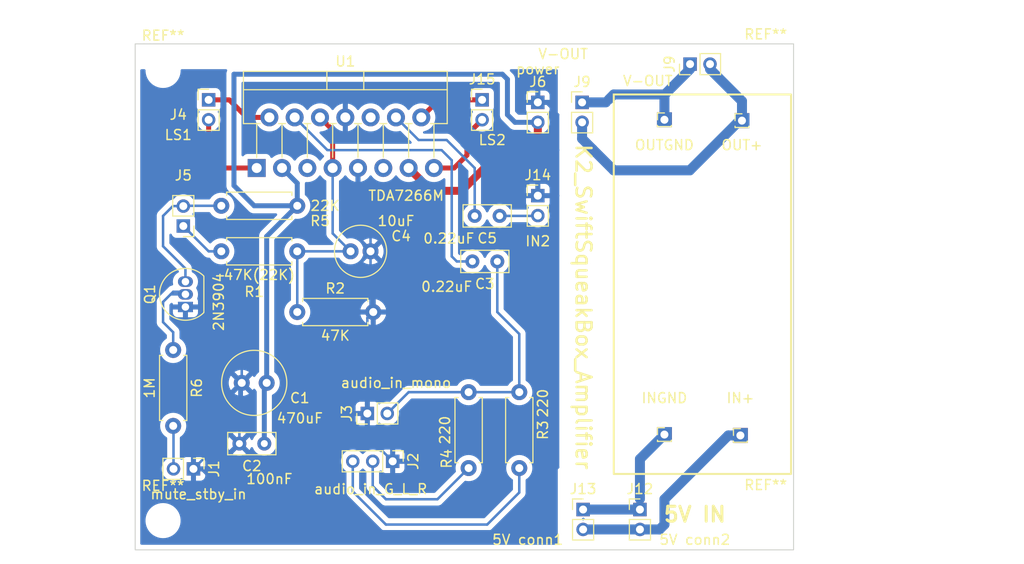
<source format=kicad_pcb>
(kicad_pcb (version 20211014) (generator pcbnew)
  (layers (0 "F.Cu" signal) (31 "B.Cu" signal) (34 "B.Paste" user) (35 "F.Paste" user) (36 "B.SilkS" user "B.Silkscreen") (37 "F.SilkS" user "F.Silkscreen") (38 "B.Mask" user) (39 "F.Mask" user) (44 "Edge.Cuts" user))
  (net 0 "")
  (net 1 "VCC")
  (net 2 "GNDPWR")
  (net 3 "Net-(C3-Pad1)")
  (net 4 "Net-(C3-Pad2)")
  (net 5 "Net-(C4-Pad1)")
  (net 6 "Net-(J1-Pad2)")
  (net 7 "Net-(J14-Pad2)")
  (net 8 "Net-(J2-Pad2)")
  (net 9 "Net-(J2-Pad3)")
  (net 10 "Net-(J5-Pad1)")
  (net 11 "Net-(Q1-Pad2)")
  (net 15 "unconnected-(U1-Pad12)")
  (net 16 "unconnected-(U1-Pad14)")
  (net 17 "unconnected-(U1-Pad15)")
  (net 18 "Net-(J5-Pad2)")
  (net 19 "Net-(U1-Pad2)")
  (net 20 "Net-(U1-Pad1)")
  (net 21 "Net-(J8-Pad1)")
  (net 22 "Net-(J7-Pad1)")
  (net 23 "Net-(J11-Pad1)")
  (net 24 "Net-(J10-Pad1)")
  (footprint "Capacitor_THT:C_Rect_L4.6mm_W2.0mm_P2.50mm_MKS02_FKP02" (layer "F.Cu") (at 143.256 98.044 180)
    (fp_text reference "C3" (at 1.25 -2.25) (layer "F.SilkS"))
    (fp_text value "0.22uF" (at 5.08 -2.54) (layer "F.SilkS"))
    (fp_line (start -1.17 -1.12) (end 3.67 -1.12) (layer "F.SilkS") (width 0.12))
    (fp_line (start -1.17 1.12) (end 3.67 1.12) (layer "F.SilkS") (width 0.12))
    (fp_line (start -1.17 -1.12) (end -1.17 1.12) (layer "F.SilkS") (width 0.12))
    (fp_line (start 3.67 -1.12) (end 3.67 1.12) (layer "F.SilkS") (width 0.12))
    (pad "1" thru_hole circle (at 0 0 180) (size 1.4 1.4) (drill 0.7) (layers *.Cu *.Mask) (net 3 "Net-(C3-Pad1)"))
    (pad "2" thru_hole circle (at 2.5 0 180) (size 1.4 1.4) (drill 0.7) (layers *.Cu *.Mask) (net 4 "Net-(C3-Pad2)"))
  )
  (footprint "Connector_PinHeader_1.00mm:PinHeader_1x01_P1.00mm_Vertical" (layer "F.Cu") (at 160.02 83.82)
    (fp_text reference "OUTGND" (at 0 2.54) (layer "F.SilkS"))
    (fp_text value "PinHeader_1x01_P1.00mm_Vertical")
    (fp_line (start -0.695 0.685) (end -0.608276 0.685) (layer "F.SilkS") (width 0.12))
    (fp_line (start 0.608276 0.685) (end 0.695 0.685) (layer "F.SilkS") (width 0.12))
    (fp_line (start -0.695 0) (end -0.695 -0.685) (layer "F.SilkS") (width 0.12))
    (fp_line (start -0.695 -0.685) (end 0 -0.685) (layer "F.SilkS") (width 0.12))
    (fp_line (start -0.695 0.685) (end -0.695 0.56) (layer "F.SilkS") (width 0.12))
    (fp_line (start 0.695 0.685) (end 0.695 0.56) (layer "F.SilkS") (width 0.12))
    (fp_line (start -0.695 0.685) (end 0.695 0.685) (layer "F.SilkS") (width 0.12))
    (pad "1" thru_hole rect (at 0 0) (size 1.5 1.5) (drill 0.8) (layers *.Cu *.Mask) (net 21 "Net-(J8-Pad1)"))
  )
  (footprint "Connector_PinHeader_1.00mm:PinHeader_1x01_P1.00mm_Vertical" (layer "F.Cu") (at 167.64 115.5125)
    (fp_text reference "IN+" (at 0 -3.7525) (layer "F.SilkS"))
    (fp_text value "PinHeader_1x01_P1.00mm_Vertical")
    (fp_line (start -0.695 0.685) (end -0.695 0.56) (layer "F.SilkS") (width 0.12))
    (fp_line (start -0.695 -0.685) (end 0 -0.685) (layer "F.SilkS") (width 0.12))
    (fp_line (start -0.695 0) (end -0.695 -0.685) (layer "F.SilkS") (width 0.12))
    (fp_line (start -0.695 0.685) (end 0.695 0.685) (layer "F.SilkS") (width 0.12))
    (fp_line (start 0.608276 0.685) (end 0.695 0.685) (layer "F.SilkS") (width 0.12))
    (fp_line (start -0.695 0.685) (end -0.608276 0.685) (layer "F.SilkS") (width 0.12))
    (fp_line (start 0.695 0.685) (end 0.695 0.56) (layer "F.SilkS") (width 0.12))
    (pad "1" thru_hole rect (at 0 0) (size 1.5 1.5) (drill 0.8) (layers *.Cu *.Mask) (net 24 "Net-(J10-Pad1)"))
  )
  (footprint "Connector_PinHeader_2.00mm:PinHeader_1x02_P2.00mm_Vertical" (layer "F.Cu") (at 111.76 94.488 180)
    (fp_text reference "J5" (at 0 5.08) (layer "F.SilkS"))
    (fp_text value "Conn_01x02")
    (fp_line (start -1.06 3.06) (end 1.06 3.06) (layer "F.SilkS") (width 0.12))
    (fp_line (start 1.06 1) (end 1.06 3.06) (layer "F.SilkS") (width 0.12))
    (fp_line (start -1.06 -1.06) (end 0 -1.06) (layer "F.SilkS") (width 0.12))
    (fp_line (start -1.06 1) (end 1.06 1) (layer "F.SilkS") (width 0.12))
    (fp_line (start -1.06 1) (end -1.06 3.06) (layer "F.SilkS") (width 0.12))
    (fp_line (start -1.06 0) (end -1.06 -1.06) (layer "F.SilkS") (width 0.12))
    (pad "1" thru_hole rect (at 0 0 180) (size 1.35 1.35) (drill 0.8) (layers *.Cu *.Mask) (net 10 "Net-(J5-Pad1)"))
    (pad "2" thru_hole oval (at 0 2 180) (size 1.35 1.35) (drill 0.8) (layers *.Cu *.Mask) (net 18 "Net-(J5-Pad2)"))
  )
  (footprint "Package_TO_SOT_THT:TO-92_Inline" (layer "F.Cu") (at 111.972 102.616 90)
    (fp_text reference "Q1" (at 1.27 -3.56 90) (layer "F.SilkS"))
    (fp_text value "2N3904" (at 0.508 3.344 90) (layer "F.SilkS"))
    (fp_line (start -0.53 1.85) (end 3.07 1.85) (layer "F.SilkS") (width 0.12))
    (fp_arc (start -0.568478 1.838478) (mid -1.132087 -0.994977) (end 1.27 -2.6) (layer "F.SilkS") (width 0.12))
    (fp_arc (start 1.27 -2.6) (mid 3.672087 -0.994977) (end 3.108478 1.838478) (layer "F.SilkS") (width 0.12))
    (pad "1" thru_hole rect (at 0 0 90) (size 1.05 1.5) (drill 0.75) (layers *.Cu *.Mask) (net 2 "GNDPWR"))
    (pad "2" thru_hole oval (at 1.27 0 90) (size 1.05 1.5) (drill 0.75) (layers *.Cu *.Mask) (net 11 "Net-(Q1-Pad2)"))
    (pad "3" thru_hole oval (at 2.54 0 90) (size 1.05 1.5) (drill 0.75) (layers *.Cu *.Mask) (net 18 "Net-(J5-Pad2)"))
  )
  (footprint "Capacitor_THT:C_Rect_L4.6mm_W2.0mm_P2.50mm_MKS02_FKP02" (layer "F.Cu") (at 119.884838 116.332 180)
    (fp_text reference "C2" (at 1.25 -2.25) (layer "F.SilkS"))
    (fp_text value "100nF" (at -0.511162 -3.556) (layer "F.SilkS"))
    (fp_line (start -1.17 -1.12) (end 3.67 -1.12) (layer "F.SilkS") (width 0.12))
    (fp_line (start 3.67 -1.12) (end 3.67 1.12) (layer "F.SilkS") (width 0.12))
    (fp_line (start -1.17 -1.12) (end -1.17 1.12) (layer "F.SilkS") (width 0.12))
    (fp_line (start -1.17 1.12) (end 3.67 1.12) (layer "F.SilkS") (width 0.12))
    (pad "1" thru_hole circle (at 0 0 180) (size 1.4 1.4) (drill 0.7) (layers *.Cu *.Mask) (net 1 "VCC"))
    (pad "2" thru_hole circle (at 2.5 0 180) (size 1.4 1.4) (drill 0.7) (layers *.Cu *.Mask) (net 2 "GNDPWR"))
  )
  (footprint "MountingHole:MountingHole_2.5mm" (layer "F.Cu") (at 170.18 78.74)
    (fp_text reference "REF**" (at 0 -3.5) (layer "F.SilkS"))
    (fp_text value "MountingHole_2.5mm")
    (pad "" np_thru_hole circle (at 0 0) (size 2.5 2.5) (drill 2.5) (layers *.Cu *.Mask))
  )
  (footprint "Connector_PinHeader_2.00mm:PinHeader_1x02_P2.00mm_Vertical" (layer "F.Cu") (at 141.732 81.82)
    (fp_text reference "J15" (at 0 -2.06) (layer "F.SilkS"))
    (fp_text value "LS2" (at 1.016 4.032) (layer "F.SilkS"))
    (fp_line (start -1.06 1) (end 1.06 1) (layer "F.SilkS") (width 0.12))
    (fp_line (start -1.06 -1.06) (end 0 -1.06) (layer "F.SilkS") (width 0.12))
    (fp_line (start 1.06 1) (end 1.06 3.06) (layer "F.SilkS") (width 0.12))
    (fp_line (start -1.06 1) (end -1.06 3.06) (layer "F.SilkS") (width 0.12))
    (fp_line (start -1.06 0) (end -1.06 -1.06) (layer "F.SilkS") (width 0.12))
    (fp_line (start -1.06 3.06) (end 1.06 3.06) (layer "F.SilkS") (width 0.12))
    (pad "1" thru_hole rect (at 0 0) (size 1.35 1.35) (drill 0.8) (layers *.Cu *.Mask) (net 16 "unconnected-(U1-Pad14)"))
    (pad "2" thru_hole oval (at 0 2) (size 1.35 1.35) (drill 0.8) (layers *.Cu *.Mask) (net 17 "unconnected-(U1-Pad15)"))
  )
  (footprint "Connector_PinHeader_2.00mm:PinHeader_1x02_P2.00mm_Vertical" (layer "F.Cu") (at 162.592 78.232 90)
    (fp_text reference "J9" (at 0 -2.06 90) (layer "F.SilkS"))
    (fp_text value "V-OUT" (at -1.687736 -4.241391) (layer "F.SilkS"))
    (fp_line (start -1.06 -1.06) (end 0 -1.06) (layer "F.SilkS") (width 0.12))
    (fp_line (start -1.06 1) (end 1.06 1) (layer "F.SilkS") (width 0.12))
    (fp_line (start -1.06 0) (end -1.06 -1.06) (layer "F.SilkS") (width 0.12))
    (fp_line (start 1.06 1) (end 1.06 3.06) (layer "F.SilkS") (width 0.12))
    (fp_line (start -1.06 1) (end -1.06 3.06) (layer "F.SilkS") (width 0.12))
    (fp_line (start -1.06 3.06) (end 1.06 3.06) (layer "F.SilkS") (width 0.12))
    (pad "1" thru_hole rect (at 0 0 90) (size 1.35 1.35) (drill 0.8) (layers *.Cu *.Mask) (net 21 "Net-(J8-Pad1)"))
    (pad "2" thru_hole oval (at 0 2 90) (size 1.35 1.35) (drill 0.8) (layers *.Cu *.Mask) (net 22 "Net-(J7-Pad1)"))
  )
  (footprint "Connector_PinHeader_2.00mm:PinHeader_1x02_P2.00mm_Vertical" (layer "F.Cu") (at 151.861813 122.952)
    (fp_text reference "J13" (at 0 -2.06) (layer "F.SilkS"))
    (fp_text value "5V conn1" (at -5.557813 3.032) (layer "F.SilkS"))
    (fp_line (start 1.06 1) (end 1.06 3.06) (layer "F.SilkS") (width 0.12))
    (fp_line (start -1.06 1) (end -1.06 3.06) (layer "F.SilkS") (width 0.12))
    (fp_line (start -1.06 1) (end 1.06 1) (layer "F.SilkS") (width 0.12))
    (fp_line (start -1.06 -1.06) (end 0 -1.06) (layer "F.SilkS") (width 0.12))
    (fp_line (start -1.06 3.06) (end 1.06 3.06) (layer "F.SilkS") (width 0.12))
    (fp_line (start -1.06 0) (end -1.06 -1.06) (layer "F.SilkS") (width 0.12))
    (pad "1" thru_hole rect (at 0 0) (size 1.35 1.35) (drill 0.8) (layers *.Cu *.Mask) (net 23 "Net-(J11-Pad1)"))
    (pad "2" thru_hole oval (at 0 2) (size 1.35 1.35) (drill 0.8) (layers *.Cu *.Mask) (net 24 "Net-(J10-Pad1)"))
  )
  (footprint "Capacitor_THT:C_Radial_D5.0mm_H11.0mm_P2.00mm" (layer "F.Cu") (at 128.54 97.028)
    (fp_text reference "C4" (at 5.064 -1.524) (layer "F.SilkS"))
    (fp_text value "10uF" (at 4.556 -3.048) (layer "F.SilkS"))
    (fp_circle (center 1 0) (end 3.62 0) (layer "F.SilkS") (width 0.12) (fill none))
    (pad "1" thru_hole circle (at 0 0) (size 1.6 1.6) (drill 0.8) (layers *.Cu *.Mask) (net 5 "Net-(C4-Pad1)"))
    (pad "2" thru_hole circle (at 2 0) (size 1.6 1.6) (drill 0.8) (layers *.Cu *.Mask) (net 2 "GNDPWR"))
  )
  (footprint "Resistor_THT:R_Axial_DIN0207_L6.3mm_D2.5mm_P7.62mm_Horizontal" (layer "F.Cu") (at 145.46 111.17 -90)
    (fp_text reference "R3" (at 3.81 -2.37 90) (layer "F.SilkS"))
    (fp_text value "220" (at 1.098 -2.368 90) (layer "F.SilkS"))
    (fp_line (start 0.54 -1.37) (end 7.08 -1.37) (layer "F.SilkS") (width 0.12))
    (fp_line (start 7.08 -1.37) (end 7.08 -1.04) (layer "F.SilkS") (width 0.12))
    (fp_line (start 7.08 1.37) (end 7.08 1.04) (layer "F.SilkS") (width 0.12))
    (fp_line (start 0.54 1.37) (end 7.08 1.37) (layer "F.SilkS") (width 0.12))
    (fp_line (start 0.54 -1.04) (end 0.54 -1.37) (layer "F.SilkS") (width 0.12))
    (fp_line (start 0.54 1.04) (end 0.54 1.37) (layer "F.SilkS") (width 0.12))
    (pad "1" thru_hole circle (at 0 0 270) (size 1.6 1.6) (drill 0.8) (layers *.Cu *.Mask) (net 3 "Net-(C3-Pad1)"))
    (pad "2" thru_hole oval (at 7.62 0 270) (size 1.6 1.6) (drill 0.8) (layers *.Cu *.Mask) (net 9 "Net-(J2-Pad3)"))
  )
  (footprint "Connector_PinHeader_2.00mm:PinHeader_1x02_P2.00mm_Vertical" (layer "F.Cu") (at 147.32 91.44)
    (fp_text reference "J14" (at 0 -2.06) (layer "F.SilkS"))
    (fp_text value "IN2" (at 0 4.572) (layer "F.SilkS"))
    (fp_line (start -1.06 -1.06) (end 0 -1.06) (layer "F.SilkS") (width 0.12))
    (fp_line (start -1.06 1) (end -1.06 3.06) (layer "F.SilkS") (width 0.12))
    (fp_line (start 1.06 1) (end 1.06 3.06) (layer "F.SilkS") (width 0.12))
    (fp_line (start -1.06 3.06) (end 1.06 3.06) (layer "F.SilkS") (width 0.12))
    (fp_line (start -1.06 0) (end -1.06 -1.06) (layer "F.SilkS") (width 0.12))
    (fp_line (start -1.06 1) (end 1.06 1) (layer "F.SilkS") (width 0.12))
    (pad "1" thru_hole rect (at 0 0) (size 1.35 1.35) (drill 0.8) (layers *.Cu *.Mask) (net 2 "GNDPWR"))
    (pad "2" thru_hole oval (at 0 2) (size 1.35 1.35) (drill 0.8) (layers *.Cu *.Mask) (net 7 "Net-(J14-Pad2)"))
  )
  (footprint "Resistor_THT:R_Axial_DIN0207_L6.3mm_D2.5mm_P7.62mm_Horizontal" (layer "F.Cu") (at 123.19 92.456 180)
    (fp_text reference "R5" (at -2.286 -1.524) (layer "F.SilkS"))
    (fp_text value "22K" (at -2.794 0) (layer "F.SilkS"))
    (fp_line (start 7.08 -1.37) (end 7.08 -1.04) (layer "F.SilkS") (width 0.12))
    (fp_line (start 0.54 -1.37) (end 7.08 -1.37) (layer "F.SilkS") (width 0.12))
    (fp_line (start 7.08 1.37) (end 7.08 1.04) (layer "F.SilkS") (width 0.12))
    (fp_line (start 0.54 -1.04) (end 0.54 -1.37) (layer "F.SilkS") (width 0.12))
    (fp_line (start 0.54 1.04) (end 0.54 1.37) (layer "F.SilkS") (width 0.12))
    (fp_line (start 0.54 1.37) (end 7.08 1.37) (layer "F.SilkS") (width 0.12))
    (pad "1" thru_hole circle (at 0 0 180) (size 1.6 1.6) (drill 0.8) (layers *.Cu *.Mask) (net 1 "VCC"))
    (pad "2" thru_hole oval (at 7.62 0 180) (size 1.6 1.6) (drill 0.8) (layers *.Cu *.Mask) (net 18 "Net-(J5-Pad2)"))
  )
  (footprint "Connector_PinHeader_2.00mm:PinHeader_1x03_P2.00mm_Vertical" (layer "F.Cu") (at 132.76 118.109522 -90)
    (fp_text reference "J2" (at 0 -2.06 90) (layer "F.SilkS"))
    (fp_text value "audio_in_G_L_R" (at 2.794478 2.204) (layer "F.SilkS"))
    (fp_line (start -1.06 5.06) (end 1.06 5.06) (layer "F.SilkS") (width 0.12))
    (fp_line (start 1.06 1) (end 1.06 5.06) (layer "F.SilkS") (width 0.12))
    (fp_line (start -1.06 0) (end -1.06 -1.06) (layer "F.SilkS") (width 0.12))
    (fp_line (start -1.06 1) (end 1.06 1) (layer "F.SilkS") (width 0.12))
    (fp_line (start -1.06 1) (end -1.06 5.06) (layer "F.SilkS") (width 0.12))
    (fp_line (start -1.06 -1.06) (end 0 -1.06) (layer "F.SilkS") (width 0.12))
    (pad "1" thru_hole rect (at 0 0 270) (size 1.35 1.35) (drill 0.8) (layers *.Cu *.Mask) (net 2 "GNDPWR"))
    (pad "2" thru_hole oval (at 0 2 270) (size 1.35 1.35) (drill 0.8) (layers *.Cu *.Mask) (net 8 "Net-(J2-Pad2)"))
    (pad "3" thru_hole oval (at 0 4 270) (size 1.35 1.35) (drill 0.8) (layers *.Cu *.Mask) (net 9 "Net-(J2-Pad3)"))
  )
  (footprint "Capacitor_THT:C_Rect_L4.6mm_W2.0mm_P2.50mm_MKS02_FKP02" (layer "F.Cu") (at 143.49 93.472 180)
    (fp_text reference "C5" (at 1.25 -2.25) (layer "F.SilkS"))
    (fp_text value "0.22uF" (at 5.101439 -2.265128) (layer "F.SilkS"))
    (fp_line (start -1.17 -1.12) (end 3.67 -1.12) (layer "F.SilkS") (width 0.12))
    (fp_line (start 3.67 -1.12) (end 3.67 1.12) (layer "F.SilkS") (width 0.12))
    (fp_line (start -1.17 1.12) (end 3.67 1.12) (layer "F.SilkS") (width 0.12))
    (fp_line (start -1.17 -1.12) (end -1.17 1.12) (layer "F.SilkS") (width 0.12))
    (pad "1" thru_hole circle (at 0 0 180) (size 1.4 1.4) (drill 0.7) (layers *.Cu *.Mask) (net 7 "Net-(J14-Pad2)"))
    (pad "2" thru_hole circle (at 2.5 0 180) (size 1.4 1.4) (drill 0.7) (layers *.Cu *.Mask) (net 15 "unconnected-(U1-Pad12)"))
  )
  (footprint "Connector_PinHeader_2.00mm:PinHeader_1x02_P2.00mm_Vertical" (layer "F.Cu") (at 157.563456 122.952)
    (fp_text reference "J12" (at 0 -2.06) (layer "F.SilkS"))
    (fp_text value "5V conn2" (at 5.504544 3.032) (layer "F.SilkS"))
    (fp_line (start -1.06 3.06) (end 1.06 3.06) (layer "F.SilkS") (width 0.12))
    (fp_line (start -1.06 -1.06) (end 0 -1.06) (layer "F.SilkS") (width 0.12))
    (fp_line (start -1.06 1) (end -1.06 3.06) (layer "F.SilkS") (width 0.12))
    (fp_line (start -1.06 1) (end 1.06 1) (layer "F.SilkS") (width 0.12))
    (fp_line (start 1.06 1) (end 1.06 3.06) (layer "F.SilkS") (width 0.12))
    (fp_line (start -1.06 0) (end -1.06 -1.06) (layer "F.SilkS") (width 0.12))
    (pad "1" thru_hole rect (at 0 0) (size 1.35 1.35) (drill 0.8) (layers *.Cu *.Mask) (net 23 "Net-(J11-Pad1)"))
    (pad "2" thru_hole oval (at 0 2) (size 1.35 1.35) (drill 0.8) (layers *.Cu *.Mask) (net 24 "Net-(J10-Pad1)"))
  )
  (footprint "Resistor_THT:R_Axial_DIN0207_L6.3mm_D2.5mm_P7.62mm_Horizontal" (layer "F.Cu") (at 140.38 111.17 -90)
    (fp_text reference "R4" (at 6.686 2.204 90) (layer "F.SilkS"))
    (fp_text value "220" (at 3.81 2.37 90) (layer "F.SilkS"))
    (fp_line (start 7.08 -1.37) (end 7.08 -1.04) (layer "F.SilkS") (width 0.12))
    (fp_line (start 0.54 -1.04) (end 0.54 -1.37) (layer "F.SilkS") (width 0.12))
    (fp_line (start 0.54 1.04) (end 0.54 1.37) (layer "F.SilkS") (width 0.12))
    (fp_line (start 0.54 1.37) (end 7.08 1.37) (layer "F.SilkS") (width 0.12))
    (fp_line (start 0.54 -1.37) (end 7.08 -1.37) (layer "F.SilkS") (width 0.12))
    (fp_line (start 7.08 1.37) (end 7.08 1.04) (layer "F.SilkS") (width 0.12))
    (pad "1" thru_hole circle (at 0 0 270) (size 1.6 1.6) (drill 0.8) (layers *.Cu *.Mask) (net 3 "Net-(C3-Pad1)"))
    (pad "2" thru_hole oval (at 7.62 0 270) (size 1.6 1.6) (drill 0.8) (layers *.Cu *.Mask) (net 8 "Net-(J2-Pad2)"))
  )
  (footprint "MountingHole:MountingHole_2.5mm" (layer "F.Cu") (at 109.728 124.064188)
    (fp_text reference "REF**" (at 0 -3.5) (layer "F.SilkS"))
    (fp_text value "MountingHole_2.5mm")
    (pad "" np_thru_hole circle (at 0 0) (size 2.5 2.5) (drill 2.5) (layers *.Cu *.Mask))
  )
  (footprint "Resistor_THT:R_Axial_DIN0207_L6.3mm_D2.5mm_P7.62mm_Horizontal" (layer "F.Cu") (at 110.744 106.934 -90)
    (fp_text reference "R6" (at 3.81 -2.37 90) (layer "F.SilkS"))
    (fp_text value "1M" (at 3.81 2.37 90) (layer "F.SilkS"))
    (fp_line (start 0.54 -1.04) (end 0.54 -1.37) (layer "F.SilkS") (width 0.12))
    (fp_line (start 0.54 1.37) (end 7.08 1.37) (layer "F.SilkS") (width 0.12))
    (fp_line (start 7.08 1.37) (end 7.08 1.04) (layer "F.SilkS") (width 0.12))
    (fp_line (start 0.54 1.04) (end 0.54 1.37) (layer "F.SilkS") (width 0.12))
    (fp_line (start 0.54 -1.37) (end 7.08 -1.37) (layer "F.SilkS") (width 0.12))
    (fp_line (start 7.08 -1.37) (end 7.08 -1.04) (layer "F.SilkS") (width 0.12))
    (pad "1" thru_hole circle (at 0 0 270) (size 1.6 1.6) (drill 0.8) (layers *.Cu *.Mask) (net 11 "Net-(Q1-Pad2)"))
    (pad "2" thru_hole oval (at 7.62 0 270) (size 1.6 1.6) (drill 0.8) (layers *.Cu *.Mask) (net 6 "Net-(J1-Pad2)"))
  )
  (footprint "Connector_PinHeader_1.00mm:PinHeader_1x01_P1.00mm_Vertical" (layer "F.Cu") (at 167.79875 83.9075)
    (fp_text reference "OUT+" (at 0 2.4525) (layer "F.SilkS"))
    (fp_text value "PinHeader_1x01_P1.00mm_Vertical")
    (fp_line (start -0.695 -0.685) (end 0 -0.685) (layer "F.SilkS") (width 0.12))
    (fp_line (start -0.695 0.685) (end 0.695 0.685) (layer "F.SilkS") (width 0.12))
    (fp_line (start -0.695 0.685) (end -0.695 0.56) (layer "F.SilkS") (width 0.12))
    (fp_line (start 0.608276 0.685) (end 0.695 0.685) (layer "F.SilkS") (width 0.12))
    (fp_line (start 0.695 0.685) (end 0.695 0.56) (layer "F.SilkS") (width 0.12))
    (fp_line (start -0.695 0.685) (end -0.608276 0.685) (layer "F.SilkS") (width 0.12))
    (fp_line (start -0.695 0) (end -0.695 -0.685) (layer "F.SilkS") (width 0.12))
    (pad "1" thru_hole rect (at 0 0) (size 1.5 1.5) (drill 0.8) (layers *.Cu *.Mask) (net 22 "Net-(J7-Pad1)"))
  )
  (footprint "MountingHole:MountingHole_2.5mm" (layer "F.Cu") (at 109.731149 78.866824)
    (fp_text reference "REF**" (at 0 -3.5) (layer "F.SilkS"))
    (fp_text value "MountingHole_2.5mm")
    (pad "" np_thru_hole circle (at 0 0) (size 2.5 2.5) (drill 2.5) (layers *.Cu *.Mask))
  )
  (footprint "Capacitor_THT:C_Radial_D6.3mm_H11.0mm_P2.50mm" (layer "F.Cu") (at 120.122 110.236 180)
    (fp_text reference "C1" (at -3.322 -1.524) (layer "F.SilkS"))
    (fp_text value "470uF" (at -3.322 -3.556) (layer "F.SilkS"))
    (fp_circle (center 1.25 0) (end 4.52 0) (layer "F.SilkS") (width 0.12) (fill none))
    (pad "1" thru_hole circle (at 0 0 180) (size 1.6 1.6) (drill 0.8) (layers *.Cu *.Mask) (net 1 "VCC"))
    (pad "2" thru_hole circle (at 2.5 0 180) (size 1.6 1.6) (drill 0.8) (layers *.Cu *.Mask) (net 2 "GNDPWR"))
  )
  (footprint "Resistor_THT:R_Axial_DIN0207_L6.3mm_D2.5mm_P7.62mm_Horizontal" (layer "F.Cu") (at 123.19 103.124)
    (fp_text reference "R2" (at 3.81 -2.37) (layer "F.SilkS"))
    (fp_text value "47K" (at 3.81 2.37) (layer "F.SilkS"))
    (fp_line (start 0.54 1.37) (end 7.08 1.37) (layer "F.SilkS") (width 0.12))
    (fp_line (start 0.54 -1.04) (end 0.54 -1.37) (layer "F.SilkS") (width 0.12))
    (fp_line (start 7.08 1.37) (end 7.08 1.04) (layer "F.SilkS") (width 0.12))
    (fp_line (start 0.54 -1.37) (end 7.08 -1.37) (layer "F.SilkS") (width 0.12))
    (fp_line (start 7.08 -1.37) (end 7.08 -1.04) (layer "F.SilkS") (width 0.12))
    (fp_line (start 0.54 1.04) (end 0.54 1.37) (layer "F.SilkS") (width 0.12))
    (pad "1" thru_hole circle (at 0 0) (size 1.6 1.6) (drill 0.8) (layers *.Cu *.Mask) (net 5 "Net-(C4-Pad1)"))
    (pad "2" thru_hole oval (at 7.62 0) (size 1.6 1.6) (drill 0.8) (layers *.Cu *.Mask) (net 2 "GNDPWR"))
  )
  (footprint "Connector_PinHeader_2.00mm:PinHeader_1x02_P2.00mm_Vertical" (layer "F.Cu") (at 130.22 113.31 90)
    (fp_text reference "J3" (at 0 -2.06 90) (layer "F.SilkS"))
    (fp_text value "audio_in_mono" (at 3.074 2.876) (layer "F.SilkS"))
    (fp_line (start -1.06 1) (end -1.06 3.06) (layer "F.SilkS") (width 0.12))
    (fp_line (start -1.06 3.06) (end 1.06 3.06) (layer "F.SilkS") (width 0.12))
    (fp_line (start -1.06 0) (end -1.06 -1.06) (layer "F.SilkS") (width 0.12))
    (fp_line (start 1.06 1) (end 1.06 3.06) (layer "F.SilkS") (width 0.12))
    (fp_line (start -1.06 1) (end 1.06 1) (layer "F.SilkS") (width 0.12))
    (fp_line (start -1.06 -1.06) (end 0 -1.06) (layer "F.SilkS") (width 0.12))
    (pad "1" thru_hole rect (at 0 0 90) (size 1.35 1.35) (drill 0.8) (layers *.Cu *.Mask) (net 2 "GNDPWR"))
    (pad "2" thru_hole oval (at 0 2 90) (size 1.35 1.35) (drill 0.8) (layers *.Cu *.Mask) (net 3 "Net-(C3-Pad1)"))
  )
  (footprint "Connector_PinHeader_2.00mm:PinHeader_1x02_P2.00mm_Vertical" (layer "F.Cu") (at 147.32 82.074923)
    (fp_text reference "J6" (at 0 -2.06) (layer "F.SilkS"))
    (fp_text value "power" (at 0 -3.334923) (layer "F.SilkS"))
    (fp_line (start -1.06 -1.06) (end 0 -1.06) (layer "F.SilkS") (width 0.12))
    (fp_line (start -1.06 3.06) (end 1.06 3.06) (layer "F.SilkS") (width 0.12))
    (fp_line (start -1.06 0) (end -1.06 -1.06) (layer "F.SilkS") (width 0.12))
    (fp_line (start -1.06 1) (end -1.06 3.06) (layer "F.SilkS") (width 0.12))
    (fp_line (start -1.06 1) (end 1.06 1) (layer "F.SilkS") (width 0.12))
    (fp_line (start 1.06 1) (end 1.06 3.06) (layer "F.SilkS") (width 0.12))
    (pad "1" thru_hole rect (at 0 0) (size 1.35 1.35) (drill 0.8) (layers *.Cu *.Mask) (net 2 "GNDPWR"))
    (pad "2" thru_hole oval (at 0 2) (size 1.35 1.35) (drill 0.8) (layers *.Cu *.Mask) (net 1 "VCC"))
  )
  (footprint "Resistor_THT:R_Axial_DIN0207_L6.3mm_D2.5mm_P7.62mm_Horizontal" (layer "F.Cu") (at 115.57 97.028)
    (fp_text reference "R1" (at 3.302 4.064) (layer "F.SilkS"))
    (fp_text value "47K(22K)" (at 3.81 2.37) (layer "F.SilkS"))
    (fp_line (start 7.08 1.37) (end 7.08 1.04) (layer "F.SilkS") (width 0.12))
    (fp_line (start 7.08 -1.37) (end 7.08 -1.04) (layer "F.SilkS") (width 0.12))
    (fp_line (start 0.54 -1.04) (end 0.54 -1.37) (layer "F.SilkS") (width 0.12))
    (fp_line (start 0.54 1.37) (end 7.08 1.37) (layer "F.SilkS") (width 0.12))
    (fp_line (start 0.54 1.04) (end 0.54 1.37) (layer "F.SilkS") (width 0.12))
    (fp_line (start 0.54 -1.37) (end 7.08 -1.37) (layer "F.SilkS") (width 0.12))
    (pad "1" thru_hole circle (at 0 0) (size 1.6 1.6) (drill 0.8) (layers *.Cu *.Mask) (net 10 "Net-(J5-Pad1)"))
    (pad "2" thru_hole oval (at 7.62 0) (size 1.6 1.6) (drill 0.8) (layers *.Cu *.Mask) (net 5 "Net-(C4-Pad1)"))
  )
  (footprint "Connector_PinHeader_2.00mm:PinHeader_1x02_P2.00mm_Vertical" (layer "F.Cu") (at 112.776 118.872 -90)
    (fp_text reference "J1" (at 0 -2.06 90) (layer "F.SilkS"))
    (fp_text value "mute_stby_in" (at 2.54 -0.508) (layer "F.SilkS"))
    (fp_line (start -1.06 1) (end -1.06 3.06) (layer "F.SilkS") (width 0.12))
    (fp_line (start -1.06 3.06) (end 1.06 3.06) (layer "F.SilkS") (width 0.12))
    (fp_line (start -1.06 1) (end 1.06 1) (layer "F.SilkS") (width 0.12))
    (fp_line (start -1.06 -1.06) (end 0 -1.06) (layer "F.SilkS") (width 0.12))
    (fp_line (start -1.06 0) (end -1.06 -1.06) (layer "F.SilkS") (width 0.12))
    (fp_line (start 1.06 1) (end 1.06 3.06) (layer "F.SilkS") (width 0.12))
    (pad "1" thru_hole rect (at 0 0 270) (size 1.35 1.35) (drill 0.8) (layers *.Cu *.Mask) (net 2 "GNDPWR"))
    (pad "2" thru_hole oval (at 0 2 270) (size 1.35 1.35) (drill 0.8) (layers *.Cu *.Mask) (net 6 "Net-(J1-Pad2)"))
  )
  (footprint "Connector_PinHeader_2.00mm:PinHeader_1x02_P2.00mm_Vertical" (layer "F.Cu") (at 151.761031 82.0755)
    (fp_text reference "J9" (at 0 -2.06) (layer "F.SilkS"))
    (fp_text value "V-OUT" (at -1.901031 -4.8595) (layer "F.SilkS"))
    (fp_line (start -1.06 3.06) (end 1.06 3.06) (layer "F.SilkS") (width 0.12))
    (fp_line (start -1.06 1) (end -1.06 3.06) (layer "F.SilkS") (width 0.12))
    (fp_line (start -1.06 1) (end 1.06 1) (layer "F.SilkS") (width 0.12))
    (fp_line (start -1.06 0) (end -1.06 -1.06) (layer "F.SilkS") (width 0.12))
    (fp_line (start -1.06 -1.06) (end 0 -1.06) (layer "F.SilkS") (width 0.12))
    (fp_line (start 1.06 1) (end 1.06 3.06) (layer "F.SilkS") (width 0.12))
    (pad "1" thru_hole rect (at 0 0) (size 1.35 1.35) (drill 0.8) (layers *.Cu *.Mask) (net 21 "Net-(J8-Pad1)"))
    (pad "2" thru_hole oval (at 0 2) (size 1.35 1.35) (drill 0.8) (layers *.Cu *.Mask) (net 22 "Net-(J7-Pad1)"))
  )
  (footprint "MountingHole:MountingHole_2.5mm" (layer "F.Cu") (at 170.18 123.988871)
    (fp_text reference "REF**" (at 0 -3.5) (layer "F.SilkS"))
    (fp_text value "MountingHole_2.5mm")
    (pad "" np_thru_hole circle (at 0 0) (size 2.5 2.5) (drill 2.5) (layers *.Cu *.Mask))
  )
  (footprint "Connector_PinHeader_2.00mm:PinHeader_1x02_P2.00mm_Vertical" (layer "F.Cu") (at 114.3 81.82)
    (fp_text reference "J4" (at -3.048 1.492) (layer "F.SilkS"))
    (fp_text value "LS1" (at -3.048 3.524) (layer "F.SilkS"))
    (fp_line (start -1.06 -1.06) (end 0 -1.06) (layer "F.SilkS") (width 0.12))
    (fp_line (start -1.06 1) (end 1.06 1) (layer "F.SilkS") (width 0.12))
    (fp_line (start -1.06 3.06) (end 1.06 3.06) (layer "F.SilkS") (width 0.12))
    (fp_line (start -1.06 0) (end -1.06 -1.06) (layer "F.SilkS") (width 0.12))
    (fp_line (start 1.06 1) (end 1.06 3.06) (layer "F.SilkS") (width 0.12))
    (fp_line (start -1.06 1) (end -1.06 3.06) (layer "F.SilkS") (width 0.12))
    (pad "1" thru_hole rect (at 0 0) (size 1.35 1.35) (drill 0.8) (layers *.Cu *.Mask) (net 19 "Net-(U1-Pad2)"))
    (pad "2" thru_hole oval (at 0 2) (size 1.35 1.35) (drill 0.8) (layers *.Cu *.Mask) (net 20 "Net-(U1-Pad1)"))
  )
  (footprint "Package_TO_SOT_THT:TO-220-15_P2.54x2.54mm_StaggerOdd_Lead4.58mm_Vertical" (layer "F.Cu") (at 119.121 88.663)
    (fp_text reference "U1" (at 8.89 -10.7) (layer "F.SilkS"))
    (fp_text value "TDA7266M" (at 14.991 2.777) (layer "F.SilkS"))
    (fp_line (start 10.74 -9.7) (end 10.74 -7.86) (layer "F.SilkS") (width 0.12))
    (fp_line (start 17.78 -4.459) (end 17.78 -1.065) (layer "F.SilkS") (width 0.12))
    (fp_line (start 10.16 -4.459) (end 10.16 -1.065) (layer "F.SilkS") (width 0.12))
    (fp_line (start -1.33 -9.7) (end -1.33 -4.459) (layer "F.SilkS") (width 0.12))
    (fp_line (start 0 -4.459) (end 0 -1.05) (layer "F.SilkS") (width 0.12))
    (fp_line (start 9.815 -4.459) (end 10.506 -4.459) (layer "F.SilkS") (width 0.12))
    (fp_line (start -1.33 -4.459) (end 0.346 -4.459) (layer "F.SilkS") (width 0.12))
    (fp_line (start 17.435 -4.459) (end 19.11 -4.459) (layer "F.SilkS") (width 0.12))
    (fp_line (start 7.041 -9.7) (end 7.041 -7.86) (layer "F.SilkS") (width 0.12))
    (fp_line (start -1.33 -7.86) (end 19.11 -7.86) (layer "F.SilkS") (width 0.12))
    (fp_line (start 12.355 -4.459) (end 13.046 -4.459) (layer "F.SilkS") (width 0.12))
    (fp_line (start 12.7 -4.459) (end 12.7 -1.065) (layer "F.SilkS") (width 0.12))
    (fp_line (start 7.62 -4.459) (end 7.62 -1.065) (layer "F.SilkS") (width 0.12))
    (fp_line (start 2.54 -4.459) (end 2.54 -1.065) (layer "F.SilkS") (width 0.12))
    (fp_line (start -1.33 -9.7) (end 19.11 -9.7) (layer "F.SilkS") (width 0.12))
    (fp_line (start 14.895 -4.459) (end 15.586 -4.459) (layer "F.SilkS") (width 0.12))
    (fp_line (start 19.11 -9.7) (end 19.11 -4.459) (layer "F.SilkS") (width 0.12))
    (fp_line (start 4.735 -4.459) (end 5.426 -4.459) (layer "F.SilkS") (width 0.12))
    (fp_line (start 7.275 -4.459) (end 7.966 -4.459) (layer "F.SilkS") (width 0.12))
    (fp_line (start 2.195 -4.459) (end 2.886 -4.459) (layer "F.SilkS") (width 0.12))
    (fp_line (start 15.24 -4.459) (end 15.24 -1.065) (layer "F.SilkS") (width 0.12))
    (fp_line (start 5.08 -4.459) (end 5.08 -1.065) (layer "F.SilkS") (width 0.12))
    (pad "1" thru_hole rect (at 0 0) (size 1.8 1.8) (drill 1) (layers *.Cu *.Mask) (net 20 "Net-(U1-Pad1)"))
    (pad "2" thru_hole oval (at 1.27 -5.08) (size 1.8 1.8) (drill 1) (layers *.Cu *.Mask) (net 19 "Net-(U1-Pad2)"))
    (pad "3" thru_hole oval (at 2.54 0) (size 1.8 1.8) (drill 1) (layers *.Cu *.Mask) (net 1 "VCC"))
    (pad "4" thru_hole oval (at 3.81 -5.08) (size 1.8 1.8) (drill 1) (layers *.Cu *.Mask) (net 4 "Net-(C3-Pad2)"))
    (pad "5" thru_hole oval (at 5.08 0) (size 1.8 1.8) (drill 1) (layers *.Cu *.Mask))
    (pad "6" thru_hole oval (at 6.35 -5.08) (size 1.8 1.8) (drill 1) (layers *.Cu *.Mask) (net 5 "Net-(C4-Pad1)"))
    (pad "7" thru_hole oval (at 7.62 0) (size 1.8 1.8) (drill 1) (layers *.Cu *.Mask) (net 5 "Net-(C4-Pad1)"))
    (pad "8" thru_hole oval (at 8.89 -5.08) (size 1.8 1.8) (drill 1) (layers *.Cu *.Mask) (net 2 "GNDPWR"))
    (pad "9" thru_hole oval (at 10.16 0) (size 1.8 1.8) (drill 1) (layers *.Cu *.Mask) (net 2 "GNDPWR"))
    (pad "10" thru_hole oval (at 11.43 -5.08) (size 1.8 1.8) (drill 1) (layers *.Cu *.Mask))
    (pad "11" thru_hole oval (at 12.7 0) (size 1.8 1.8) (drill 1) (layers *.Cu *.Mask))
    (pad "12" thru_hole oval (at 13.97 -5.08) (size 1.8 1.8) (drill 1) (layers *.Cu *.Mask) (net 15 "unconnected-(U1-Pad12)"))
    (pad "13" thru_hole oval (at 15.24 0) (size 1.8 1.8) (drill 1) (layers *.Cu *.Mask) (net 1 "VCC"))
    (pad "14" thru_hole oval (at 16.51 -5.08) (size 1.8 1.8) (drill 1) (layers *.Cu *.Mask) (net 16 "unconnected-(U1-Pad14)"))
    (pad "15" thru_hole oval (at 17.78 0) (size 1.8 1.8) (drill 1) (layers *.Cu *.Mask) (net 17 "unconnected-(U1-Pad15)"))
  )
  (footprint "Connector_PinHeader_1.00mm:PinHeader_1x01_P1.00mm_Vertical" (layer "F.Cu") (at 160.02 115.425)
    (fp_text reference "INGND" (at 0 -3.665) (layer "F.SilkS"))
    (fp_text value "PinHeader_1x01_P1.00mm_Vertical")
    (fp_line (start -0.695 0.685) (end -0.608276 0.685) (layer "F.SilkS") (width 0.12))
    (fp_line (start -0.695 0) (end -0.695 -0.685) (layer "F.SilkS") (width 0.12))
    (fp_line (start -0.695 -0.685) (end 0 -0.685) (layer "F.SilkS") (width 0.12))
    (fp_line (start -0.695 0.685) (end 0.695 0.685) (layer "F.SilkS") (width 0.12))
    (fp_line (start 0.608276 0.685) (end 0.695 0.685) (layer "F.SilkS") (width 0.12))
    (fp_line (start -0.695 0.685) (end -0.695 0.56) (layer "F.SilkS") (width 0.12))
    (fp_line (start 0.695 0.685) (end 0.695 0.56) (layer "F.SilkS") (width 0.12))
    (pad "1" thru_hole rect (at 0 0) (size 1.5 1.5) (drill 0.8) (layers *.Cu *.Mask) (net 23 "Net-(J11-Pad1)"))
  )
  (gr_rect (start 154.94 81.28) (end 172.72 119.38) (layer "F.SilkS") (width 0.2) (fill none))
  (gr_rect (start 106.934 76.2) (end 172.974 127) (layer "Edge.Cuts") (width 0.1) (fill none))
  (gr_text "5V IN" (at 163.068 123.444) (layer "F.SilkS") (effects (font (size 1.5 1.5) (thickness 0.3))))
  (gr_text "K2_SwiftSqueakBox_Amplifier" (at 151.892 102.616 -90) (layer "F.SilkS") (effects (font (size 1.5 1.5) (thickness 0.25))))
  (segment (start 146.812 87.376) (end 147.32 86.868) (width 0.8) (layer "F.Cu") (net 1))
  (segment (start 147.32 86.868) (end 147.32 84.074923) (width 0.8) (layer "F.Cu") (net 1))
  (segment (start 143.256 87.376) (end 146.812 87.376) (width 0.8) (layer "F.Cu") (net 1))
  (segment (start 139.678 90.954) (end 143.256 87.376) (width 0.8) (layer "F.Cu") (net 1))
  (segment (start 134.361 88.663) (end 136.652 90.954) (width 0.8) (layer "F.Cu") (net 1))
  (segment (start 136.652 90.954) (end 139.678 90.954) (width 0.8) (layer "F.Cu") (net 1))
  (segment (start 120.122 95.524) (end 123.19 92.456) (width 0.5) (layer "B.Cu") (net 1))
  (segment (start 147.32 84.074923) (end 145.034923 84.074923) (width 0.5) (layer "B.Cu") (net 1))
  (segment (start 123.19 92.456) (end 123.19 90.192) (width 0.5) (layer "B.Cu") (net 1))
  (segment (start 119.884838 116.332) (end 119.884838 110.473162) (width 0.5) (layer "B.Cu") (net 1))
  (segment (start 147.828 83.788) (end 147.59 83.55) (width 0.25) (layer "B.Cu") (net 1))
  (segment (start 119.884838 110.473162) (end 120.122 110.236) (width 0.25) (layer "B.Cu") (net 1))
  (segment (start 120.122 110.236) (end 120.122 95.524) (width 0.5) (layer "B.Cu") (net 1))
  (segment (start 145.034923 84.074923) (end 144.272 83.312) (width 0.5) (layer "B.Cu") (net 1))
  (segment (start 118.872 92.456) (end 123.19 92.456) (width 0.5) (layer "B.Cu") (net 1))
  (segment (start 143.764 79.248) (end 116.84 79.248) (width 0.5) (layer "B.Cu") (net 1))
  (segment (start 144.272 79.756) (end 143.764 79.248) (width 0.5) (layer "B.Cu") (net 1))
  (segment (start 144.272 83.312) (end 144.272 79.756) (width 0.5) (layer "B.Cu") (net 1))
  (segment (start 116.84 79.248) (end 116.84 90.424) (width 0.5) (layer "B.Cu") (net 1))
  (segment (start 116.84 90.424) (end 118.872 92.456) (width 0.5) (layer "B.Cu") (net 1))
  (segment (start 123.19 90.192) (end 121.661 88.663) (width 0.5) (layer "B.Cu") (net 1))
  (segment (start 119.810059 125.14) (end 125.304 125.14) (width 0.25) (layer "B.Cu") (net 2))
  (segment (start 139.7 82.296) (end 139.7 86.36) (width 0.25) (layer "B.Cu") (net 2))
  (segment (start 149.352 86.868) (end 149.352 83.312) (width 0.25) (layer "B.Cu") (net 2))
  (segment (start 117.622 110.236) (end 117.622 114.026) (width 0.25) (layer "B.Cu") (net 2))
  (segment (start 139.7 86.36) (end 140.208 86.868) (width 0.25) (layer "B.Cu") (net 2))
  (segment (start 128.011 83.583) (end 128.011 82.301) (width 0.25) (layer "B.Cu") (net 2))
  (segment (start 130.54 97.028) (end 130.54 94.472) (width 0.25) (layer "B.Cu") (net 2))
  (segment (start 130.22 103.714) (end 130.81 103.124) (width 0.25) (layer "B.Cu") (net 2))
  (segment (start 149.352 91.44) (end 149.352 86.868) (width 0.25) (layer "B.Cu") (net 2))
  (segment (start 125.304 125.14) (end 127.675 125.14) (width 0.25) (layer "B.Cu") (net 2))
  (segment (start 117.622 114.026) (end 112.776 118.872) (width 0.25) (layer "B.Cu") (net 2))
  (segment (start 117.384838 122.714779) (end 113.542059 118.872) (width 0.25) (layer "B.Cu") (net 2))
  (segment (start 113.542059 118.872) (end 112.776 118.872) (width 0.25) (layer "B.Cu") (net 2))
  (segment (start 117.622 103.398) (end 116.84 102.616) (width 0.25) (layer "B.Cu") (net 2))
  (segment (start 130.22 115.569522) (end 130.22 113.31) (width 0.25) (layer "B.Cu") (net 2))
  (segment (start 130.22 113.31) (end 130.22 103.714) (width 0.25) (layer "B.Cu") (net 2))
  (segment (start 148.114923 82.074923) (end 147.32 82.074923) (width 0.25) (layer "B.Cu") (net 2))
  (segment (start 127.68 125.14) (end 142.92 125.14) (width 0.25) (layer "B.Cu") (net 2))
  (segment (start 117.384838 122.714779) (end 119.810059 125.14) (width 0.25) (layer "B.Cu") (net 2))
  (segment (start 127.99 113.31) (end 130.22 113.31) (width 0.25) (layer "B.Cu") (net 2))
  (segment (start 128.011 82.301) (end 129.032 81.28) (width 0.25) (layer "B.Cu") (net 2))
  (segment (start 130.54 102.854) (end 130.81 103.124) (width 0.25) (layer "B.Cu") (net 2))
  (segment (start 125.14 125.14) (end 124.46 124.46) (width 0.25) (layer "B.Cu") (net 2))
  (segment (start 132.76 118.109522) (end 130.22 115.569522) (width 0.25) (layer "B.Cu") (net 2))
  (segment (start 129.032 81.28) (end 138.684 81.28) (width 0.25) (layer "B.Cu") (net 2))
  (segment (start 130.54 94.472) (end 129.281 93.213) (width 0.25) (layer "B.Cu") (net 2))
  (segment (start 147.32 91.44) (end 149.352 91.44) (width 0.25) (layer "B.Cu") (net 2))
  (segment (start 149.352 118.708) (end 149.352 91.44) (width 0.25) (layer "B.Cu") (net 2))
  (segment (start 117.384838 110.473162) (end 117.622 110.236) (width 0.25) (layer "B.Cu") (net 2))
  (segment (start 129.281 93.213) (end 129.281 88.663) (width 0.25) (layer "B.Cu") (net 2))
  (segment (start 124.46 116.84) (end 127.99 113.31) (width 0.25) (layer "B.Cu") (net 2))
  (segment (start 130.54 97.028) (end 130.54 102.854) (width 0.25) (layer "B.Cu") (net 2))
  (segment (start 117.384838 116.332) (end 117.384838 110.473162) (width 0.25) (layer "B.Cu") (net 2))
  (segment (start 117.622 110.236) (end 117.622 103.398) (width 0.25) (layer "B.Cu") (net 2))
  (segment (start 140.208 86.868) (end 149.352 86.868) (width 0.25) (layer "B.Cu") (net 2))
  (segment (start 138.684 81.28) (end 139.7 82.296) (width 0.25) (layer "B.Cu") (net 2))
  (segment (start 124.46 124.46) (end 124.46 116.84) (width 0.25) (layer "B.Cu") (net 2))
  (segment (start 116.84 102.616) (end 111.972 102.616) (width 0.25) (layer "B.Cu") (net 2))
  (segment (start 149.352 83.312) (end 148.114923 82.074923) (width 0.25) (layer "B.Cu") (net 2))
  (segment (start 142.92 125.14) (end 149.352 118.708) (width 0.25) (layer "B.Cu") (net 2))
  (segment (start 125.14 125.14) (end 125.304 125.14) (width 0.25) (layer "B.Cu") (net 2))
  (segment (start 143.256 103.124) (end 145.46 105.328) (width 0.25) (layer "B.Cu") (net 3))
  (segment (start 134.36 111.17) (end 140.38 111.17) (width 0.25) (layer "B.Cu") (net 3))
  (segment (start 143.256 98.044) (end 143.256 103.124) (width 0.25) (layer "B.Cu") (net 3))
  (segment (start 145.46 105.328) (end 145.46 111.17) (width 0.25) (layer "B.Cu") (net 3))
  (segment (start 145.46 111.17) (end 140.38 111.17) (width 0.25) (layer "B.Cu") (net 3))
  (segment (start 132.22 113.31) (end 134.36 111.17) (width 0.25) (layer "B.Cu") (net 3))
  (segment (start 137.668 86.868) (end 138.684 87.884) (width 0.25) (layer "B.Cu") (net 4))
  (segment (start 138.684 87.884) (end 138.684 97.536) (width 0.25) (layer "B.Cu") (net 4))
  (segment (start 139.192 98.044) (end 140.756 98.044) (width 0.25) (layer "B.Cu") (net 4))
  (segment (start 126.216 86.868) (end 122.931 83.583) (width 0.25) (layer "B.Cu") (net 4))
  (segment (start 137.668 86.868) (end 126.216 86.868) (width 0.25) (layer "B.Cu") (net 4))
  (segment (start 138.684 97.536) (end 139.192 98.044) (width 0.25) (layer "B.Cu") (net 4))
  (segment (start 126.741 84.853) (end 125.471 83.583) (width 0.5) (layer "F.Cu") (net 5))
  (segment (start 126.741 88.663) (end 126.741 84.853) (width 0.5) (layer "F.Cu") (net 5))
  (segment (start 123.19 97.028) (end 123.19 103.124) (width 0.25) (layer "B.Cu") (net 5))
  (segment (start 128.54 97.028) (end 126.741 95.229) (width 0.25) (layer "B.Cu") (net 5))
  (segment (start 126.741 95.229) (end 126.741 88.663) (width 0.25) (layer "B.Cu") (net 5))
  (segment (start 123.19 97.028) (end 128.54 97.028) (width 0.25) (layer "B.Cu") (net 5))
  (segment (start 110.776 118.872) (end 110.776 114.586) (width 0.25) (layer "B.Cu") (net 6))
  (segment (start 110.776 114.586) (end 110.744 114.554) (width 0.25) (layer "B.Cu") (net 6))
  (segment (start 143.49 93.472) (end 147.288 93.472) (width 0.25) (layer "B.Cu") (net 7))
  (segment (start 147.288 93.472) (end 147.32 93.44) (width 0.25) (layer "B.Cu") (net 7))
  (segment (start 132.08 121.92) (end 130.76 120.6) (width 0.25) (layer "B.Cu") (net 8))
  (segment (start 140.38 118.79) (end 137.25 121.92) (width 0.25) (layer "B.Cu") (net 8))
  (segment (start 130.76 120.6) (end 130.76 118.109522) (width 0.25) (layer "B.Cu") (net 8))
  (segment (start 137.25 121.92) (end 132.08 121.92) (width 0.25) (layer "B.Cu") (net 8))
  (segment (start 145.46 118.79) (end 145.46 121.24) (width 0.25) (layer "B.Cu") (net 9))
  (segment (start 128.76 121.14) (end 128.76 118.109522) (width 0.25) (layer "B.Cu") (net 9))
  (segment (start 145.46 121.24) (end 142.24 124.46) (width 0.25) (layer "B.Cu") (net 9))
  (segment (start 142.24 124.46) (end 132.08 124.46) (width 0.25) (layer "B.Cu") (net 9))
  (segment (start 132.08 124.46) (end 128.76 121.14) (width 0.25) (layer "B.Cu") (net 9))
  (segment (start 114.3 97.028) (end 111.76 94.488) (width 0.25) (layer "B.Cu") (net 10))
  (segment (start 115.57 97.028) (end 114.3 97.028) (width 0.25) (layer "B.Cu") (net 10))
  (segment (start 109.728 102.108) (end 110.744 101.092) (width 0.25) (layer "B.Cu") (net 11))
  (segment (start 110.744 105.156) (end 109.728 104.14) (width 0.25) (layer "B.Cu") (net 11))
  (segment (start 111.718 101.092) (end 111.972 101.346) (width 0.25) (layer "B.Cu") (net 11))
  (segment (start 110.49 101.346) (end 111.972 101.346) (width 0.25) (layer "B.Cu") (net 11))
  (segment (start 110.744 101.092) (end 111.718 101.092) (width 0.25) (layer "B.Cu") (net 11))
  (segment (start 109.728 104.14) (end 109.728 102.108) (width 0.25) (layer "B.Cu") (net 11))
  (segment (start 110.744 106.934) (end 110.744 105.156) (width 0.25) (layer "B.Cu") (net 11))
  (segment (start 140.99 93.472) (end 140.99 88.666) (width 0.25) (layer "B.Cu") (net 15))
  (segment (start 138.176 85.852) (end 135.36 85.852) (width 0.25) (layer "B.Cu") (net 15))
  (segment (start 140.99 88.666) (end 138.176 85.852) (width 0.25) (layer "B.Cu") (net 15))
  (segment (start 135.36 85.852) (end 133.091 83.583) (width 0.25) (layer "B.Cu") (net 15))
  (segment (start 137.394 81.82) (end 135.631 83.583) (width 0.5) (layer "F.Cu") (net 16))
  (segment (start 141.732 81.82) (end 137.394 81.82) (width 0.5) (layer "F.Cu") (net 16))
  (segment (start 140.208 87.376) (end 138.921 88.663) (width 0.5) (layer "F.Cu") (net 17))
  (segment (start 138.921 88.663) (end 136.901 88.663) (width 0.5) (layer "F.Cu") (net 17))
  (segment (start 141.732 83.82) (end 140.208 85.344) (width 0.5) (layer "F.Cu") (net 17))
  (segment (start 140.208 85.344) (end 140.208 87.376) (width 0.5) (layer "F.Cu") (net 17))
  (segment (start 115.57 92.456) (end 111.792 92.456) (width 0.25) (layer "B.Cu") (net 18))
  (segment (start 109.728 93.472) (end 110.712 92.488) (width 0.25) (layer "B.Cu") (net 18))
  (segment (start 109.728 96.52) (end 109.728 93.472) (width 0.25) (layer "B.Cu") (net 18))
  (segment (start 111.972 98.764) (end 109.728 96.52) (width 0.25) (layer "B.Cu") (net 18))
  (segment (start 110.712 92.488) (end 111.76 92.488) (width 0.25) (layer "B.Cu") (net 18))
  (segment (start 111.972 100.076) (end 111.972 98.764) (width 0.25) (layer "B.Cu") (net 18))
  (segment (start 111.792 92.456) (end 111.76 92.488) (width 0.25) (layer "B.Cu") (net 18))
  (segment (start 120.391 83.583) (end 118.127 83.583) (width 0.5) (layer "F.Cu") (net 19))
  (segment (start 118.127 83.583) (end 116.364 81.82) (width 0.5) (layer "F.Cu") (net 19))
  (segment (start 116.364 81.82) (end 114.3 81.82) (width 0.5) (layer "F.Cu") (net 19))
  (segment (start 114.3 87.376) (end 114.3 83.82) (width 0.5) (layer "F.Cu") (net 20))
  (segment (start 115.587 88.663) (end 114.3 87.376) (width 0.5) (layer "F.Cu") (net 20))
  (segment (start 119.121 88.663) (end 115.587 88.663) (width 0.5) (layer "F.Cu") (net 20))
  (segment (start 160.02 83.82) (end 160.02 81.28) (width 1) (layer "B.Cu") (net 21))
  (segment (start 154.94 81.28) (end 154.432 81.788) (width 1) (layer "B.Cu") (net 21))
  (segment (start 160.02 83.82) (end 160.02 81.312) (width 0.25) (layer "B.Cu") (net 21))
  (segment (start 154.1445 82.0755) (end 151.761031 82.0755) (width 1) (layer "B.Cu") (net 21))
  (segment (start 154.432 81.788) (end 154.1445 82.0755) (width 0.25) (layer "B.Cu") (net 21))
  (segment (start 160.02 81.312) (end 162.592 78.74) (width 1) (layer "B.Cu") (net 21))
  (segment (start 160.02 81.28) (end 154.94 81.28) (width 1) (layer "B.Cu") (net 21))
  (segment (start 167.79875 83.9075) (end 167.5525 83.9075) (width 0.25) (layer "F.Cu") (net 22))
  (segment (start 167.79875 83.9075) (end 167.79875 81.94675) (width 1) (layer "B.Cu") (net 22))
  (segment (start 152.821031 86.781031) (end 151.761031 85.721031) (width 1) (layer "B.Cu") (net 22))
  (segment (start 167.79875 81.94675) (end 164.592 78.74) (width 1) (layer "B.Cu") (net 22))
  (segment (start 151.761031 85.721031) (end 151.761031 84.0755) (width 1) (layer "B.Cu") (net 22))
  (segment (start 154.94 88.9) (end 152.821031 86.781031) (width 1) (layer "B.Cu") (net 22))
  (segment (start 162.56 88.9) (end 154.94 88.9) (width 1) (layer "B.Cu") (net 22))
  (segment (start 167.5525 83.9075) (end 162.56 88.9) (width 1) (layer "B.Cu") (net 22))
  (segment (start 157.563456 121.889813) (end 157.563456 122.952) (width 0.25) (layer "B.Cu") (net 23))
  (segment (start 157.563456 122.952) (end 151.861813 122.952) (width 1) (layer "B.Cu") (net 23))
  (segment (start 157.563456 117.881544) (end 160.02 115.425) (width 1) (layer "B.Cu") (net 23))
  (segment (start 157.563456 121.889813) (end 157.563456 117.881544) (width 1) (layer "B.Cu") (net 23))
  (segment (start 167.64 115.5125) (end 166.4275 115.5125) (width 1) (layer "B.Cu") (net 24))
  (segment (start 159.528 124.952) (end 157.563456 124.952) (width 1) (layer "B.Cu") (net 24))
  (segment (start 157.563456 124.952) (end 151.861813 124.952) (width 1) (layer "B.Cu") (net 24))
  (segment (start 160.02 121.92) (end 160.02 124.46) (width 1) (layer "B.Cu") (net 24))
  (segment (start 166.4275 115.5125) (end 160.02 121.92) (width 1) (layer "B.Cu") (net 24))
  (segment (start 160.02 124.46) (end 159.528 124.952) (width 1) (layer "B.Cu") (net 24))
  (segment (start 151.892 123.889813) (end 151.861813 123.92) (width 0.25) (layer "B.Cu") (net 24))
  (zone (net 2) (net_name "GNDPWR") (layer "B.Cu") (connect_pads (clearance 0.508)) (min_thickness 0.254) (fill yes (thermal_gap 0.508) (thermal_bridge_width 0.508))
    (polygon (pts (xy 149.321813 127) (xy 106.649813 127) (xy 106.649813 78.74) (xy 149.321813 78.74)))
  )
)
</source>
